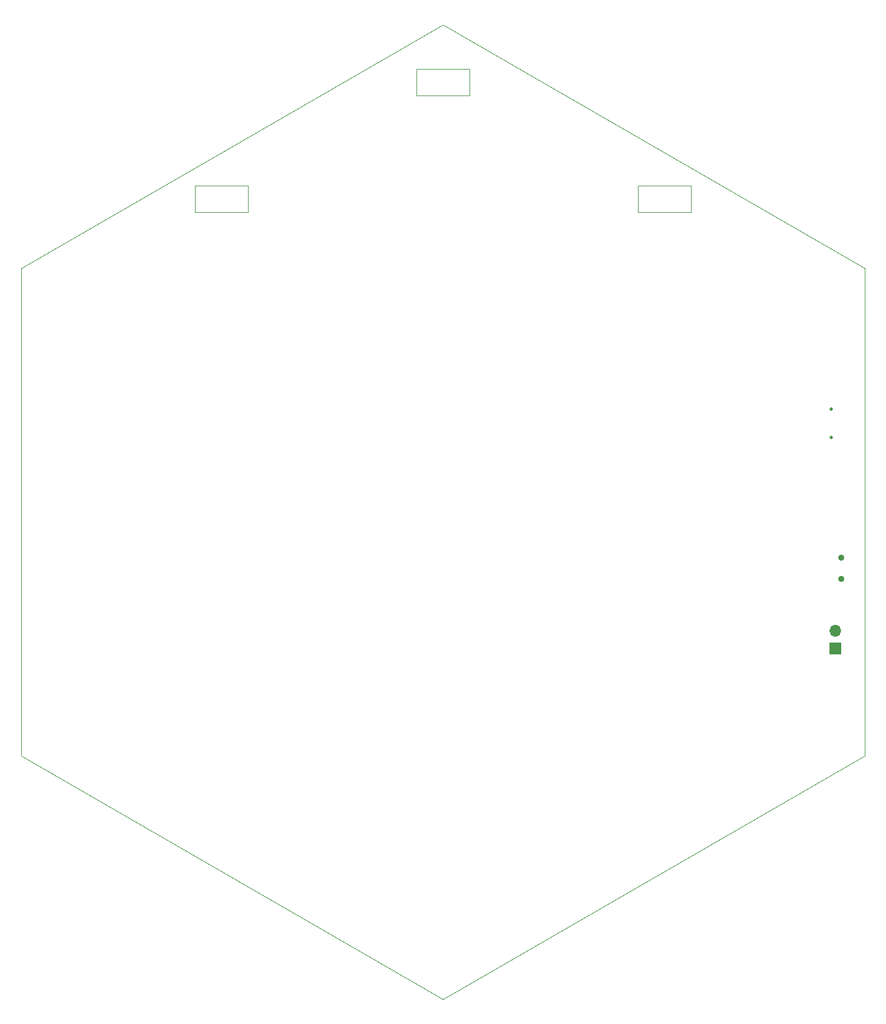
<source format=gbr>
G04 #@! TF.GenerationSoftware,KiCad,Pcbnew,(5.1.9)-1*
G04 #@! TF.CreationDate,2021-03-09T11:18:01-06:00*
G04 #@! TF.ProjectId,altbier_pcb_3d6,616c7462-6965-4725-9f70-63625f336436,2*
G04 #@! TF.SameCoordinates,Original*
G04 #@! TF.FileFunction,Soldermask,Bot*
G04 #@! TF.FilePolarity,Negative*
%FSLAX46Y46*%
G04 Gerber Fmt 4.6, Leading zero omitted, Abs format (unit mm)*
G04 Created by KiCad (PCBNEW (5.1.9)-1) date 2021-03-09 11:18:01*
%MOMM*%
%LPD*%
G01*
G04 APERTURE LIST*
G04 #@! TA.AperFunction,Profile*
%ADD10C,0.100000*%
G04 #@! TD*
G04 #@! TA.AperFunction,Profile*
%ADD11C,0.050000*%
G04 #@! TD*
%ADD12R,1.700000X1.700000*%
%ADD13O,1.700000X1.700000*%
%ADD14C,0.900000*%
%ADD15C,0.500000*%
G04 APERTURE END LIST*
D10*
X111714600Y-49796200D02*
X111714600Y-45986200D01*
X119334600Y-49796200D02*
X111714600Y-49796200D01*
X111714600Y-45986200D02*
X119334600Y-45986200D01*
X119334600Y-45986200D02*
X119334600Y-49796200D01*
X175384600Y-49796200D02*
X175384600Y-45986200D01*
X183004600Y-49796200D02*
X175384600Y-49796200D01*
X175384600Y-45986200D02*
X183004600Y-45986200D01*
X183004600Y-45986200D02*
X183004600Y-49796200D01*
X151154600Y-29286200D02*
X151154600Y-33096200D01*
X143534600Y-29286200D02*
X151154600Y-29286200D01*
X143534600Y-33096200D02*
X143534600Y-29286200D01*
X151154600Y-33096200D02*
X143534600Y-33096200D01*
D11*
X86741000Y-57889000D02*
X147362778Y-22889000D01*
X147362778Y-162889000D02*
X207984556Y-127889000D01*
X207984556Y-57889000D02*
X147362778Y-22889000D01*
X147362778Y-162889000D02*
X86741000Y-127889000D01*
X86741000Y-57889000D02*
X86741000Y-127889000D01*
X207984556Y-57889000D02*
X207984556Y-127889000D01*
D12*
G04 #@! TO.C,J2*
X203708000Y-112522000D03*
D13*
X203708000Y-109982000D03*
G04 #@! TD*
D14*
G04 #@! TO.C,SW1*
X204627000Y-102465000D03*
X204627000Y-99465000D03*
G04 #@! TD*
D15*
G04 #@! TO.C,J1*
X203147000Y-78137000D03*
X203147000Y-82137000D03*
G04 #@! TD*
M02*

</source>
